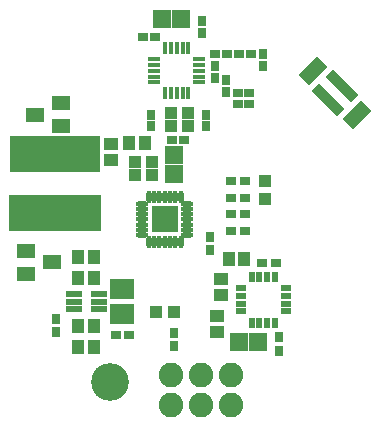
<source format=gts>
G04 Layer_Color=8388736*
%FSLAX25Y25*%
%MOIN*%
G70*
G01*
G75*
%ADD51R,0.03950X0.03950*%
%ADD52R,0.03950X0.03950*%
%ADD53R,0.03753X0.03162*%
%ADD54R,0.03162X0.03753*%
%ADD55R,0.04343X0.04737*%
%ADD56R,0.02000X0.03600*%
%ADD57R,0.03600X0.02000*%
%ADD58R,0.04737X0.04343*%
%ADD59R,0.05918X0.06312*%
%ADD60R,0.05400X0.02200*%
%ADD61R,0.06312X0.04737*%
%ADD62R,0.30721X0.12217*%
%ADD63R,0.30328X0.12217*%
G04:AMPARAMS|DCode=64|XSize=47.37mil|YSize=86.74mil|CornerRadius=0mil|HoleSize=0mil|Usage=FLASHONLY|Rotation=315.000|XOffset=0mil|YOffset=0mil|HoleType=Round|Shape=Rectangle|*
%AMROTATEDRECTD64*
4,1,4,-0.04741,-0.01392,0.01392,0.04741,0.04741,0.01392,-0.01392,-0.04741,-0.04741,-0.01392,0.0*
%
%ADD64ROTATEDRECTD64*%

G04:AMPARAMS|DCode=65|XSize=118.24mil|YSize=35.56mil|CornerRadius=0mil|HoleSize=0mil|Usage=FLASHONLY|Rotation=315.000|XOffset=0mil|YOffset=0mil|HoleType=Round|Shape=Rectangle|*
%AMROTATEDRECTD65*
4,1,4,-0.05437,0.02923,-0.02923,0.05437,0.05437,-0.02923,0.02923,-0.05437,-0.05437,0.02923,0.0*
%
%ADD65ROTATEDRECTD65*%

%ADD66R,0.06312X0.05918*%
%ADD67R,0.04304X0.03910*%
%ADD68R,0.07847X0.06509*%
%ADD69R,0.08674X0.08674*%
%ADD70O,0.04147X0.01784*%
%ADD71O,0.01784X0.04147*%
%ADD72R,0.02800X0.03300*%
%ADD73R,0.03300X0.02800*%
%ADD74R,0.04107X0.01784*%
%ADD75R,0.01784X0.04107*%
%ADD76C,0.08200*%
%ADD77C,0.12611*%
D51*
X-58223Y-67088D02*
D03*
X-52317D02*
D03*
D52*
X-21717Y-29383D02*
D03*
Y-23477D02*
D03*
D53*
X-33217Y-23383D02*
D03*
X-28690D02*
D03*
X-33217Y-28916D02*
D03*
X-28690D02*
D03*
X-33217Y-34449D02*
D03*
X-28690D02*
D03*
X-33217Y-39983D02*
D03*
X-28690D02*
D03*
X-22745Y-50683D02*
D03*
X-18217D02*
D03*
X-67154Y-74583D02*
D03*
X-71681D02*
D03*
D54*
X-40317Y-41919D02*
D03*
Y-46446D02*
D03*
X-17217Y-75419D02*
D03*
Y-79947D02*
D03*
X-52317Y-78447D02*
D03*
Y-73919D02*
D03*
X-91417Y-69319D02*
D03*
Y-73847D02*
D03*
D55*
X-34017Y-49383D02*
D03*
X-28702D02*
D03*
X-84075Y-55583D02*
D03*
X-78760D02*
D03*
X-67075Y-10583D02*
D03*
X-61760D02*
D03*
X-84075Y-48583D02*
D03*
X-78760D02*
D03*
Y-78583D02*
D03*
X-84075D02*
D03*
X-78760Y-71583D02*
D03*
X-84075D02*
D03*
D56*
X-18617Y-70583D02*
D03*
X-21117D02*
D03*
X-23717D02*
D03*
X-26217D02*
D03*
Y-55383D02*
D03*
X-23717D02*
D03*
X-21117D02*
D03*
X-18617D02*
D03*
D57*
X-30017Y-66783D02*
D03*
Y-64283D02*
D03*
Y-61683D02*
D03*
Y-59183D02*
D03*
X-14817D02*
D03*
Y-61683D02*
D03*
Y-64283D02*
D03*
Y-66783D02*
D03*
D58*
X-36417Y-55983D02*
D03*
Y-61298D02*
D03*
X-37817Y-73740D02*
D03*
Y-68425D02*
D03*
X-73317Y-11025D02*
D03*
Y-16340D02*
D03*
D59*
X-30567Y-76983D02*
D03*
X-24268D02*
D03*
X-49968Y30517D02*
D03*
X-56267D02*
D03*
D60*
X-85517Y-60983D02*
D03*
Y-63583D02*
D03*
Y-66183D02*
D03*
X-77317D02*
D03*
Y-63583D02*
D03*
Y-60983D02*
D03*
D61*
X-101548Y-46742D02*
D03*
Y-54223D02*
D03*
X-92887Y-50483D02*
D03*
X-90017Y-4983D02*
D03*
Y2498D02*
D03*
X-98679Y-1242D02*
D03*
D62*
X-91821Y-33883D02*
D03*
D63*
X-92017Y-14383D02*
D03*
D64*
X-5738Y13238D02*
D03*
X8738Y-1238D02*
D03*
D65*
X3866Y8366D02*
D03*
X-866Y3634D02*
D03*
D66*
X-52117Y-14833D02*
D03*
Y-21132D02*
D03*
D67*
X-59502Y-16958D02*
D03*
X-65132D02*
D03*
X-59502Y-21407D02*
D03*
X-65132D02*
D03*
X-47687Y-734D02*
D03*
X-53317D02*
D03*
X-47687Y-5183D02*
D03*
X-53317D02*
D03*
D68*
X-69417Y-67736D02*
D03*
Y-59429D02*
D03*
D69*
X-55317Y-36183D02*
D03*
D70*
X-47837Y-30868D02*
D03*
Y-32639D02*
D03*
Y-34411D02*
D03*
Y-36183D02*
D03*
Y-37954D02*
D03*
Y-39726D02*
D03*
Y-41498D02*
D03*
X-62798D02*
D03*
Y-39726D02*
D03*
Y-37954D02*
D03*
Y-36183D02*
D03*
Y-34411D02*
D03*
Y-32639D02*
D03*
Y-30868D02*
D03*
D71*
X-50002Y-43663D02*
D03*
X-51774D02*
D03*
X-53546D02*
D03*
X-55317D02*
D03*
X-57089D02*
D03*
X-58861D02*
D03*
X-60632D02*
D03*
Y-28702D02*
D03*
X-58861D02*
D03*
X-57089D02*
D03*
X-55317D02*
D03*
X-53546D02*
D03*
X-51774D02*
D03*
X-50002D02*
D03*
D72*
X-41617Y-5183D02*
D03*
Y-1246D02*
D03*
X-60017Y-5183D02*
D03*
Y-1246D02*
D03*
X-22510Y18924D02*
D03*
Y14987D02*
D03*
X-38510Y14861D02*
D03*
Y10924D02*
D03*
X-35010Y6424D02*
D03*
Y10361D02*
D03*
X-43010Y25924D02*
D03*
Y29861D02*
D03*
D73*
X-58517Y24717D02*
D03*
X-62454D02*
D03*
X-27073Y5861D02*
D03*
X-31010D02*
D03*
X-27073Y2361D02*
D03*
X-31010D02*
D03*
X-26573Y18924D02*
D03*
X-30510D02*
D03*
X-38447D02*
D03*
X-34510D02*
D03*
X-52754Y-9683D02*
D03*
X-48817D02*
D03*
D74*
X-58810Y17361D02*
D03*
Y15393D02*
D03*
Y13424D02*
D03*
Y11456D02*
D03*
Y9487D02*
D03*
X-43824D02*
D03*
Y11456D02*
D03*
Y13424D02*
D03*
Y15393D02*
D03*
Y17361D02*
D03*
D75*
X-55254Y5931D02*
D03*
X-53286D02*
D03*
X-51317D02*
D03*
X-49349D02*
D03*
X-47380D02*
D03*
Y20817D02*
D03*
X-49349D02*
D03*
X-51317D02*
D03*
X-53286D02*
D03*
X-55254D02*
D03*
D76*
X-33317Y-88183D02*
D03*
Y-98183D02*
D03*
X-43317Y-88183D02*
D03*
Y-98183D02*
D03*
X-53317Y-88183D02*
D03*
Y-98183D02*
D03*
D77*
X-73417Y-90283D02*
D03*
M02*

</source>
